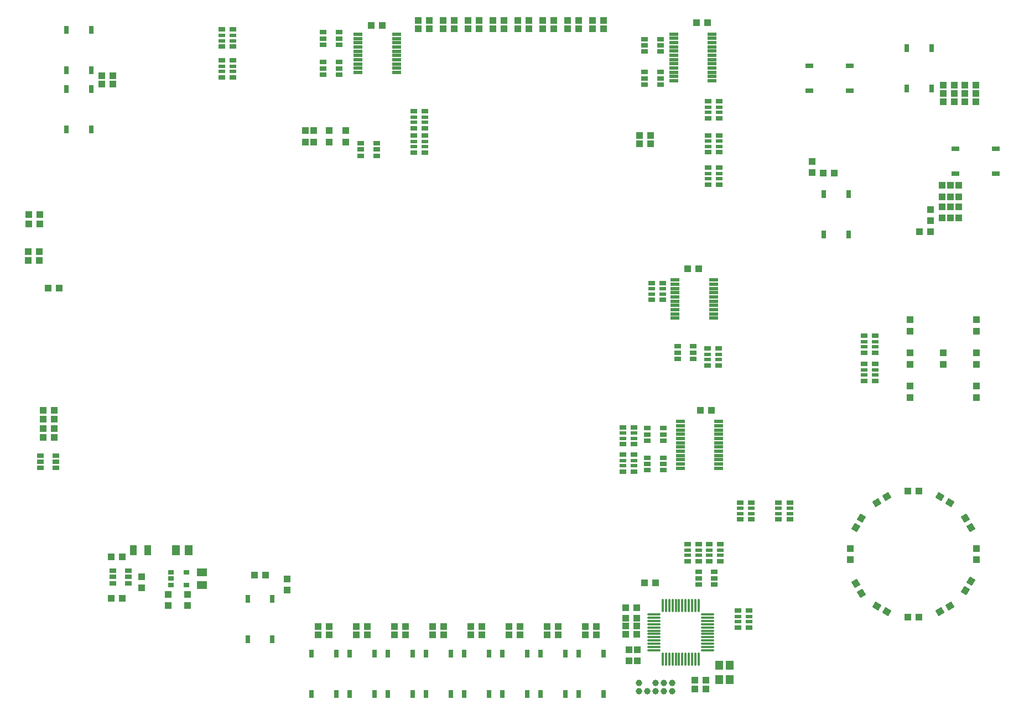
<source format=gtp>
G04*
G04 #@! TF.GenerationSoftware,Altium Limited,Altium Designer,20.0.13 (296)*
G04*
G04 Layer_Color=8421504*
%FSLAX25Y25*%
%MOIN*%
G70*
G01*
G75*
%ADD31R,0.04331X0.02559*%
G04:AMPARAMS|DCode=32|XSize=17.72mil|YSize=55.12mil|CornerRadius=1.95mil|HoleSize=0mil|Usage=FLASHONLY|Rotation=90.000|XOffset=0mil|YOffset=0mil|HoleType=Round|Shape=RoundedRectangle|*
%AMROUNDEDRECTD32*
21,1,0.01772,0.05122,0,0,90.0*
21,1,0.01382,0.05512,0,0,90.0*
1,1,0.00390,0.02561,0.00691*
1,1,0.00390,0.02561,-0.00691*
1,1,0.00390,-0.02561,-0.00691*
1,1,0.00390,-0.02561,0.00691*
%
%ADD32ROUNDEDRECTD32*%
%ADD33R,0.03543X0.02559*%
%ADD34R,0.04331X0.03937*%
%ADD35R,0.03937X0.04331*%
%ADD36R,0.03937X0.05906*%
%ADD37R,0.05906X0.05118*%
%ADD38R,0.05118X0.05906*%
%ADD39R,0.03937X0.01968*%
%ADD40R,0.03937X0.02756*%
G04:AMPARAMS|DCode=41|XSize=43.31mil|YSize=39.37mil|CornerRadius=0mil|HoleSize=0mil|Usage=FLASHONLY|Rotation=210.000|XOffset=0mil|YOffset=0mil|HoleType=Round|Shape=Rectangle|*
%AMROTATEDRECTD41*
4,1,4,0.00891,0.02788,0.02859,-0.00622,-0.00891,-0.02788,-0.02859,0.00622,0.00891,0.02788,0.0*
%
%ADD41ROTATEDRECTD41*%

G04:AMPARAMS|DCode=42|XSize=43.31mil|YSize=39.37mil|CornerRadius=0mil|HoleSize=0mil|Usage=FLASHONLY|Rotation=240.000|XOffset=0mil|YOffset=0mil|HoleType=Round|Shape=Rectangle|*
%AMROTATEDRECTD42*
4,1,4,-0.00622,0.02859,0.02788,0.00891,0.00622,-0.02859,-0.02788,-0.00891,-0.00622,0.02859,0.0*
%
%ADD42ROTATEDRECTD42*%

G04:AMPARAMS|DCode=43|XSize=43.31mil|YSize=39.37mil|CornerRadius=0mil|HoleSize=0mil|Usage=FLASHONLY|Rotation=300.000|XOffset=0mil|YOffset=0mil|HoleType=Round|Shape=Rectangle|*
%AMROTATEDRECTD43*
4,1,4,-0.02788,0.00891,0.00622,0.02859,0.02788,-0.00891,-0.00622,-0.02859,-0.02788,0.00891,0.0*
%
%ADD43ROTATEDRECTD43*%

G04:AMPARAMS|DCode=44|XSize=43.31mil|YSize=39.37mil|CornerRadius=0mil|HoleSize=0mil|Usage=FLASHONLY|Rotation=330.000|XOffset=0mil|YOffset=0mil|HoleType=Round|Shape=Rectangle|*
%AMROTATEDRECTD44*
4,1,4,-0.02859,-0.00622,-0.00891,0.02788,0.02859,0.00622,0.00891,-0.02788,-0.02859,-0.00622,0.0*
%
%ADD44ROTATEDRECTD44*%

%ADD45C,0.03937*%
%ADD46R,0.04724X0.05512*%
%ADD47O,0.08268X0.01181*%
%ADD48O,0.01181X0.08268*%
%ADD49R,0.03000X0.04724*%
%ADD50R,0.04724X0.03000*%
D31*
X-29576Y150540D02*
D03*
Y146800D02*
D03*
Y143060D02*
D03*
X-39024D02*
D03*
Y146800D02*
D03*
X-39024Y150540D02*
D03*
X154276Y338740D02*
D03*
Y335000D02*
D03*
Y331260D02*
D03*
X163724D02*
D03*
Y335000D02*
D03*
Y338740D02*
D03*
X140966Y405736D02*
D03*
Y401996D02*
D03*
Y398256D02*
D03*
X131517D02*
D03*
Y401996D02*
D03*
Y405736D02*
D03*
Y387736D02*
D03*
Y383996D02*
D03*
Y380256D02*
D03*
X140966D02*
D03*
Y383996D02*
D03*
Y387736D02*
D03*
X334666Y381736D02*
D03*
Y377996D02*
D03*
Y374256D02*
D03*
X325217D02*
D03*
Y377996D02*
D03*
Y381736D02*
D03*
X4844Y81136D02*
D03*
Y77396D02*
D03*
Y73656D02*
D03*
X14293D02*
D03*
Y77396D02*
D03*
Y81136D02*
D03*
X367266Y80336D02*
D03*
Y76596D02*
D03*
Y72856D02*
D03*
X357817D02*
D03*
Y76596D02*
D03*
Y80336D02*
D03*
X345170Y216354D02*
D03*
Y212613D02*
D03*
Y208873D02*
D03*
X354619D02*
D03*
Y212613D02*
D03*
Y216354D02*
D03*
X334666Y401636D02*
D03*
Y397896D02*
D03*
Y394156D02*
D03*
X325217D02*
D03*
Y397896D02*
D03*
Y401636D02*
D03*
X326917Y149236D02*
D03*
Y145496D02*
D03*
Y141756D02*
D03*
X336366D02*
D03*
Y145496D02*
D03*
Y149236D02*
D03*
X336366Y167052D02*
D03*
Y163312D02*
D03*
Y159572D02*
D03*
X326917D02*
D03*
Y163312D02*
D03*
Y167052D02*
D03*
D32*
X343528Y256412D02*
D03*
Y253853D02*
D03*
Y251294D02*
D03*
Y248735D02*
D03*
Y246176D02*
D03*
Y243616D02*
D03*
Y241057D02*
D03*
Y238498D02*
D03*
Y235939D02*
D03*
Y233380D02*
D03*
X366756Y256412D02*
D03*
Y253853D02*
D03*
Y251294D02*
D03*
Y248735D02*
D03*
Y246176D02*
D03*
Y243616D02*
D03*
Y241057D02*
D03*
Y238498D02*
D03*
Y235939D02*
D03*
Y233380D02*
D03*
X152428Y404512D02*
D03*
Y401953D02*
D03*
Y399394D02*
D03*
Y396835D02*
D03*
Y394275D02*
D03*
Y391716D02*
D03*
Y389157D02*
D03*
Y386598D02*
D03*
Y384039D02*
D03*
Y381480D02*
D03*
X175656Y404512D02*
D03*
Y401953D02*
D03*
Y399394D02*
D03*
Y396835D02*
D03*
Y394275D02*
D03*
Y391716D02*
D03*
Y389157D02*
D03*
Y386598D02*
D03*
Y384039D02*
D03*
Y381480D02*
D03*
X346728Y171071D02*
D03*
Y168512D02*
D03*
Y165953D02*
D03*
Y163394D02*
D03*
Y160835D02*
D03*
Y158275D02*
D03*
Y155717D02*
D03*
Y153157D02*
D03*
Y150598D02*
D03*
Y148039D02*
D03*
Y145480D02*
D03*
Y142921D02*
D03*
X369956Y171071D02*
D03*
Y168512D02*
D03*
Y165953D02*
D03*
Y163394D02*
D03*
Y160835D02*
D03*
Y158275D02*
D03*
Y155717D02*
D03*
Y153157D02*
D03*
Y150598D02*
D03*
Y148039D02*
D03*
Y145480D02*
D03*
Y142921D02*
D03*
X365956Y376476D02*
D03*
Y379035D02*
D03*
Y381594D02*
D03*
Y384154D02*
D03*
Y386713D02*
D03*
Y389272D02*
D03*
Y391831D02*
D03*
Y394390D02*
D03*
Y396949D02*
D03*
Y399508D02*
D03*
Y402067D02*
D03*
Y404626D02*
D03*
X342728Y376476D02*
D03*
Y379035D02*
D03*
Y381594D02*
D03*
Y384154D02*
D03*
Y386713D02*
D03*
Y389272D02*
D03*
Y391831D02*
D03*
Y394390D02*
D03*
Y396949D02*
D03*
Y399508D02*
D03*
Y402067D02*
D03*
Y404626D02*
D03*
D33*
X39659Y80136D02*
D03*
Y76396D02*
D03*
Y72656D02*
D03*
X49108D02*
D03*
Y80136D02*
D03*
D34*
X-30454Y161400D02*
D03*
X-37146D02*
D03*
Y166900D02*
D03*
X-30454D02*
D03*
X-37146Y172400D02*
D03*
X-30454D02*
D03*
X-37146Y177900D02*
D03*
X-30454D02*
D03*
X313653Y52600D02*
D03*
X320346D02*
D03*
X-39154Y295996D02*
D03*
X-45846D02*
D03*
X-39654Y273600D02*
D03*
X-46346D02*
D03*
X-27654Y251500D02*
D03*
X-34346D02*
D03*
X313653Y47700D02*
D03*
X320346Y47700D02*
D03*
X331747Y73956D02*
D03*
X325054D02*
D03*
X497446Y285496D02*
D03*
X490753D02*
D03*
X518072Y363996D02*
D03*
X524765D02*
D03*
X518072Y368996D02*
D03*
X524765D02*
D03*
X518072Y373996D02*
D03*
X524765D02*
D03*
X362288Y9996D02*
D03*
X355595D02*
D03*
X4846Y379500D02*
D03*
X-1846D02*
D03*
X4846Y374500D02*
D03*
X-1846D02*
D03*
X10415Y64396D02*
D03*
X3722D02*
D03*
X10415Y89609D02*
D03*
X3722D02*
D03*
X135288Y42496D02*
D03*
X128595D02*
D03*
X158288D02*
D03*
X151595D02*
D03*
X181288D02*
D03*
X174595D02*
D03*
X204288D02*
D03*
X197595D02*
D03*
X227288D02*
D03*
X220595D02*
D03*
X250288D02*
D03*
X243595D02*
D03*
X273288D02*
D03*
X266595D02*
D03*
X296288D02*
D03*
X289595D02*
D03*
X188749Y407895D02*
D03*
X195442D02*
D03*
X203749D02*
D03*
X210442D02*
D03*
X218749D02*
D03*
X225442D02*
D03*
X233749D02*
D03*
X240442D02*
D03*
X248749D02*
D03*
X255442D02*
D03*
X263749D02*
D03*
X270442D02*
D03*
X278749D02*
D03*
X285442D02*
D03*
X293749D02*
D03*
X300442D02*
D03*
X328888Y343396D02*
D03*
X322195D02*
D03*
X328888Y338496D02*
D03*
X322195D02*
D03*
X320346Y42800D02*
D03*
X313653D02*
D03*
X362288Y15096D02*
D03*
X355595D02*
D03*
X313653Y58796D02*
D03*
X320346D02*
D03*
X160378Y409996D02*
D03*
X167071D02*
D03*
X351095Y263096D02*
D03*
X357788D02*
D03*
X363088Y411396D02*
D03*
X356395D02*
D03*
X358695Y177796D02*
D03*
X365388D02*
D03*
X-39654Y268100D02*
D03*
X-46346D02*
D03*
X511946Y363996D02*
D03*
X505253D02*
D03*
X483753Y129096D02*
D03*
X490446D02*
D03*
X490446Y53096D02*
D03*
X483753D02*
D03*
X96888Y78581D02*
D03*
X90195D02*
D03*
X220595Y47496D02*
D03*
X227288D02*
D03*
X135288D02*
D03*
X128595D02*
D03*
X188749Y412894D02*
D03*
X195442D02*
D03*
X210442D02*
D03*
X203749D02*
D03*
X218749D02*
D03*
X225442D02*
D03*
X240442D02*
D03*
X233749D02*
D03*
X248749D02*
D03*
X255442D02*
D03*
X270442D02*
D03*
X263749D02*
D03*
X278749D02*
D03*
X285442D02*
D03*
X300442D02*
D03*
X293749D02*
D03*
X151595Y47496D02*
D03*
X158288D02*
D03*
X181288D02*
D03*
X174595D02*
D03*
X197595D02*
D03*
X204288D02*
D03*
X250288D02*
D03*
X243595D02*
D03*
X266595D02*
D03*
X273288D02*
D03*
X296288Y47417D02*
D03*
X289595D02*
D03*
X-45846Y290216D02*
D03*
X-39154D02*
D03*
X505253Y373996D02*
D03*
X511946D02*
D03*
X439446Y320996D02*
D03*
X432753D02*
D03*
X511946Y368996D02*
D03*
X505253D02*
D03*
D35*
X504599Y300524D02*
D03*
Y293831D02*
D03*
X509599Y300524D02*
D03*
Y293831D02*
D03*
X514599Y300524D02*
D03*
Y293831D02*
D03*
X426099Y321149D02*
D03*
Y327842D02*
D03*
X38269Y66742D02*
D03*
Y60049D02*
D03*
X125800Y339653D02*
D03*
Y346346D02*
D03*
X145000Y339653D02*
D03*
Y346346D02*
D03*
X109742Y76242D02*
D03*
Y69550D02*
D03*
X120800Y339653D02*
D03*
Y346346D02*
D03*
X22268Y70950D02*
D03*
Y77642D02*
D03*
X49883Y66742D02*
D03*
Y60049D02*
D03*
X315942Y26831D02*
D03*
Y33524D02*
D03*
X320942D02*
D03*
Y26831D02*
D03*
X504599Y313342D02*
D03*
Y306649D02*
D03*
X505099Y205649D02*
D03*
Y212342D02*
D03*
X485099Y232342D02*
D03*
Y225649D02*
D03*
X525099Y185650D02*
D03*
Y192342D02*
D03*
Y232342D02*
D03*
Y225649D02*
D03*
X485099Y185650D02*
D03*
Y192342D02*
D03*
Y212342D02*
D03*
Y205649D02*
D03*
X525099D02*
D03*
Y212342D02*
D03*
X449099Y94442D02*
D03*
Y87749D02*
D03*
X525099Y87749D02*
D03*
Y94442D02*
D03*
X135000Y346346D02*
D03*
Y339653D02*
D03*
X514599Y306649D02*
D03*
Y313342D02*
D03*
X497599Y292149D02*
D03*
Y298842D02*
D03*
X509599Y306649D02*
D03*
Y313342D02*
D03*
D36*
X25899Y93396D02*
D03*
X17238D02*
D03*
D37*
X58569Y80136D02*
D03*
Y72656D02*
D03*
D38*
X42928Y93396D02*
D03*
X50409D02*
D03*
D39*
X389448Y115625D02*
D03*
Y118775D02*
D03*
X382755Y115625D02*
D03*
Y118775D02*
D03*
X370842Y90439D02*
D03*
Y93589D02*
D03*
X364149Y90439D02*
D03*
Y93589D02*
D03*
X370188Y357421D02*
D03*
Y360571D02*
D03*
X363495Y357421D02*
D03*
Y360571D02*
D03*
X464246Y199020D02*
D03*
Y202170D02*
D03*
X457553Y199020D02*
D03*
Y202170D02*
D03*
X464246Y216020D02*
D03*
Y219170D02*
D03*
X457553Y216020D02*
D03*
Y219170D02*
D03*
X388146Y50425D02*
D03*
Y53575D02*
D03*
X381453Y50425D02*
D03*
Y53575D02*
D03*
X412646Y115625D02*
D03*
Y118775D02*
D03*
X405954Y115625D02*
D03*
Y118775D02*
D03*
X370188Y336921D02*
D03*
Y340071D02*
D03*
X363495Y336921D02*
D03*
Y340071D02*
D03*
X357888Y90421D02*
D03*
Y93571D02*
D03*
X351195Y90421D02*
D03*
Y93571D02*
D03*
X369788Y208421D02*
D03*
Y211571D02*
D03*
X363095Y208421D02*
D03*
Y211571D02*
D03*
X336288Y247921D02*
D03*
Y251071D02*
D03*
X329595Y247921D02*
D03*
Y251071D02*
D03*
X370188Y317421D02*
D03*
Y320571D02*
D03*
X363495Y317421D02*
D03*
Y320571D02*
D03*
X318788Y144421D02*
D03*
Y147571D02*
D03*
X312095Y144421D02*
D03*
Y147571D02*
D03*
X318788Y160921D02*
D03*
Y164071D02*
D03*
X312095Y160921D02*
D03*
Y164071D02*
D03*
X77106Y382098D02*
D03*
Y385247D02*
D03*
X70413Y382098D02*
D03*
Y385247D02*
D03*
X77106Y400654D02*
D03*
Y403804D02*
D03*
X70413Y400654D02*
D03*
Y403804D02*
D03*
X192688Y351421D02*
D03*
Y354571D02*
D03*
X185995Y351421D02*
D03*
Y354571D02*
D03*
X192688Y336721D02*
D03*
Y339871D02*
D03*
X185995Y336721D02*
D03*
Y339871D02*
D03*
D40*
X389448Y112082D02*
D03*
Y122318D02*
D03*
X382755Y112082D02*
D03*
Y122318D02*
D03*
X370842Y86896D02*
D03*
Y97132D02*
D03*
X364149Y86896D02*
D03*
Y97132D02*
D03*
X370188Y353878D02*
D03*
Y364114D02*
D03*
X363495Y353878D02*
D03*
Y364114D02*
D03*
X464246Y195477D02*
D03*
Y205713D02*
D03*
X457553Y195477D02*
D03*
Y205713D02*
D03*
X464246Y212477D02*
D03*
Y222713D02*
D03*
X457553Y212477D02*
D03*
Y222713D02*
D03*
X388146Y46882D02*
D03*
Y57118D02*
D03*
X381454Y46882D02*
D03*
Y57118D02*
D03*
X412646Y112082D02*
D03*
Y122318D02*
D03*
X405954Y112082D02*
D03*
Y122318D02*
D03*
X370188Y333378D02*
D03*
Y343614D02*
D03*
X363495Y333378D02*
D03*
Y343614D02*
D03*
X357888Y86878D02*
D03*
Y97114D02*
D03*
X351195Y86878D02*
D03*
Y97114D02*
D03*
X369788Y204878D02*
D03*
Y215114D02*
D03*
X363095Y204878D02*
D03*
Y215114D02*
D03*
X336288Y244378D02*
D03*
Y254614D02*
D03*
X329595Y244378D02*
D03*
Y254614D02*
D03*
X370188Y313878D02*
D03*
Y324114D02*
D03*
X363495Y313878D02*
D03*
Y324114D02*
D03*
X318788Y140878D02*
D03*
Y151114D02*
D03*
X312095Y140878D02*
D03*
Y151114D02*
D03*
X318788Y157378D02*
D03*
Y167614D02*
D03*
X312095Y157378D02*
D03*
Y167614D02*
D03*
X77106Y378554D02*
D03*
Y388790D02*
D03*
X70413Y378554D02*
D03*
Y388790D02*
D03*
X77106Y397111D02*
D03*
Y407347D02*
D03*
X70413Y397111D02*
D03*
Y407347D02*
D03*
X192688Y347878D02*
D03*
Y358114D02*
D03*
X185995Y347878D02*
D03*
Y358114D02*
D03*
X192688Y333178D02*
D03*
Y343414D02*
D03*
X185995Y333178D02*
D03*
Y343414D02*
D03*
D41*
X470997Y125678D02*
D03*
X465201Y122332D02*
D03*
X503201Y56514D02*
D03*
X508997Y59860D02*
D03*
D42*
X452517Y107198D02*
D03*
X455864Y112994D02*
D03*
X521681Y74994D02*
D03*
X518335Y69198D02*
D03*
D43*
X455864Y67598D02*
D03*
X452517Y73394D02*
D03*
X518335Y112994D02*
D03*
X521681Y107198D02*
D03*
D44*
X465201Y59860D02*
D03*
X470997Y56514D02*
D03*
X508997Y122332D02*
D03*
X503201Y125678D02*
D03*
D45*
X341842Y8496D02*
D03*
X336842D02*
D03*
X331842D02*
D03*
X326842D02*
D03*
X321842D02*
D03*
X331842Y13496D02*
D03*
X336842D02*
D03*
X341842D02*
D03*
X321842D02*
D03*
D46*
X370292Y24327D02*
D03*
X376591D02*
D03*
Y15665D02*
D03*
X370292D02*
D03*
D47*
X330800Y54823D02*
D03*
Y52854D02*
D03*
Y50886D02*
D03*
Y48917D02*
D03*
Y46949D02*
D03*
Y44980D02*
D03*
Y43012D02*
D03*
Y41043D02*
D03*
Y39075D02*
D03*
Y37106D02*
D03*
Y35138D02*
D03*
Y33169D02*
D03*
X363084D02*
D03*
Y35138D02*
D03*
Y37106D02*
D03*
Y39075D02*
D03*
Y41043D02*
D03*
Y43012D02*
D03*
Y44980D02*
D03*
Y46949D02*
D03*
Y48917D02*
D03*
Y50886D02*
D03*
Y52854D02*
D03*
Y54823D02*
D03*
D48*
X336115Y27854D02*
D03*
X338084D02*
D03*
X340052D02*
D03*
X342021D02*
D03*
X343989D02*
D03*
X345957D02*
D03*
X347926D02*
D03*
X349894D02*
D03*
X351863D02*
D03*
X353832D02*
D03*
X355800D02*
D03*
X357769D02*
D03*
Y60138D02*
D03*
X355800D02*
D03*
X353832D02*
D03*
X351863D02*
D03*
X349894D02*
D03*
X347926D02*
D03*
X345957D02*
D03*
X343989D02*
D03*
X342021D02*
D03*
X340052D02*
D03*
X338084D02*
D03*
X336115D02*
D03*
D49*
X483217Y371791D02*
D03*
X497981D02*
D03*
Y396201D02*
D03*
X483217D02*
D03*
X447981Y283791D02*
D03*
X433217D02*
D03*
Y308201D02*
D03*
X447981D02*
D03*
X100924Y39691D02*
D03*
X86160D02*
D03*
Y64101D02*
D03*
X100924D02*
D03*
X254324Y6791D02*
D03*
X239560D02*
D03*
Y31201D02*
D03*
X254324D02*
D03*
X231324Y6791D02*
D03*
X216560D02*
D03*
Y31201D02*
D03*
X231324D02*
D03*
X162324Y6791D02*
D03*
X147560D02*
D03*
Y31201D02*
D03*
X162324D02*
D03*
X139324Y6791D02*
D03*
X124560D02*
D03*
Y31201D02*
D03*
X139324D02*
D03*
X185324Y6791D02*
D03*
X170560D02*
D03*
Y31201D02*
D03*
X185324D02*
D03*
X208324Y6791D02*
D03*
X193560D02*
D03*
Y31201D02*
D03*
X208324D02*
D03*
X277324Y6791D02*
D03*
X262560D02*
D03*
Y31201D02*
D03*
X277324D02*
D03*
X300324Y6791D02*
D03*
X285560D02*
D03*
Y31201D02*
D03*
X300324D02*
D03*
X-23130Y382685D02*
D03*
X-8366D02*
D03*
Y407094D02*
D03*
X-23130D02*
D03*
Y371661D02*
D03*
X-8366D02*
D03*
Y347252D02*
D03*
X-23130D02*
D03*
D50*
X536804Y335378D02*
D03*
Y320614D02*
D03*
X512395D02*
D03*
Y335378D02*
D03*
X424395Y370614D02*
D03*
Y385378D02*
D03*
X448804D02*
D03*
Y370614D02*
D03*
M02*

</source>
